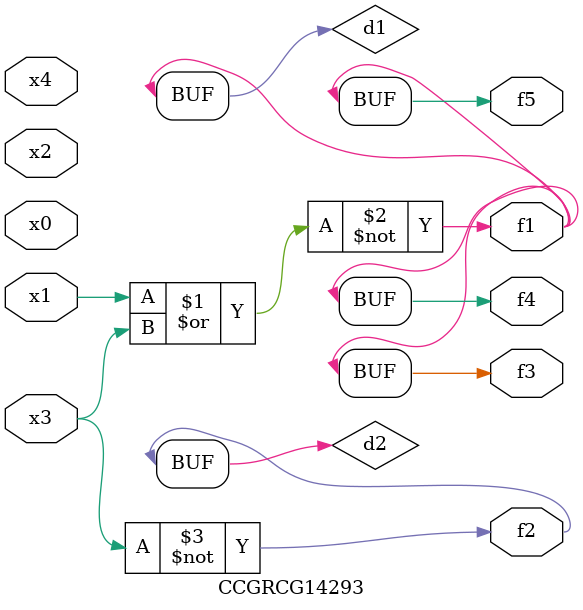
<source format=v>
module CCGRCG14293(
	input x0, x1, x2, x3, x4,
	output f1, f2, f3, f4, f5
);

	wire d1, d2;

	nor (d1, x1, x3);
	not (d2, x3);
	assign f1 = d1;
	assign f2 = d2;
	assign f3 = d1;
	assign f4 = d1;
	assign f5 = d1;
endmodule

</source>
